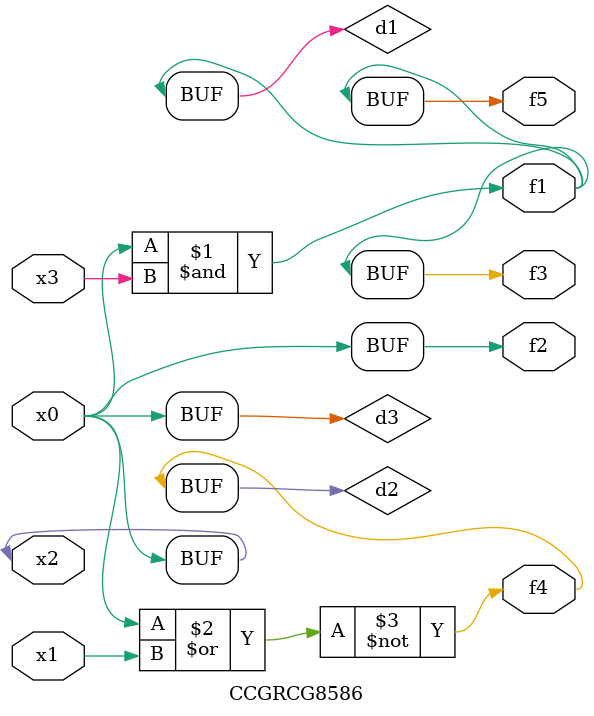
<source format=v>
module CCGRCG8586(
	input x0, x1, x2, x3,
	output f1, f2, f3, f4, f5
);

	wire d1, d2, d3;

	and (d1, x2, x3);
	nor (d2, x0, x1);
	buf (d3, x0, x2);
	assign f1 = d1;
	assign f2 = d3;
	assign f3 = d1;
	assign f4 = d2;
	assign f5 = d1;
endmodule

</source>
